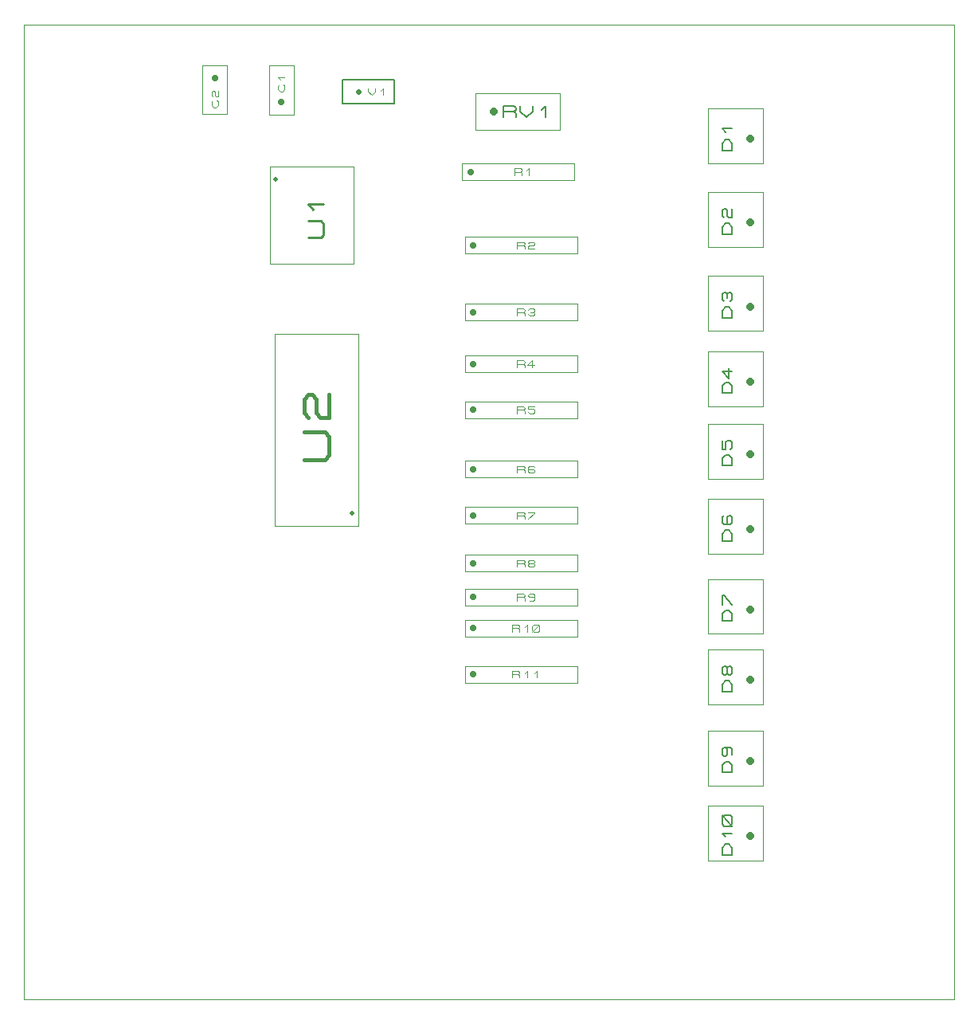
<source format=gbr>
G04 PROTEUS GERBER X2 FILE*
%TF.GenerationSoftware,Labcenter,Proteus,8.17-SP2-Build37159*%
%TF.CreationDate,2024-06-19T11:42:43+00:00*%
%TF.FileFunction,AssemblyDrawing,Top*%
%TF.FilePolarity,Positive*%
%TF.Part,Single*%
%TF.SameCoordinates,{1fde6796-616a-48bc-91c5-d9dd16b063df}*%
%FSLAX45Y45*%
%MOMM*%
G01*
%TA.AperFunction,Profile*%
%ADD18C,0.101600*%
%TA.AperFunction,Material*%
%ADD19C,0.101600*%
%ADD70C,0.508000*%
%ADD27C,0.267200*%
%ADD28C,0.711200*%
%ADD29C,0.113450*%
%ADD72C,0.117340*%
%ADD73C,0.812800*%
%ADD30C,0.200660*%
%ADD31C,0.440230*%
%ADD32C,0.171190*%
%ADD71C,0.152400*%
%ADD33C,0.558800*%
%ADD34C,0.114270*%
%TD.AperFunction*%
D18*
X-4520000Y-5940000D02*
X+5370000Y-5940000D01*
X+5370000Y+4410000D01*
X-4520000Y+4410000D01*
X-4520000Y-5940000D01*
D19*
X-1904500Y+1875920D02*
X-1015500Y+1875920D01*
X-1015500Y+2902080D01*
X-1904500Y+2902080D01*
X-1904500Y+1875920D01*
D70*
X-1841000Y+2770000D02*
X-1841000Y+2770000D01*
D27*
X-1495712Y+2148513D02*
X-1362108Y+2148513D01*
X-1335387Y+2178573D01*
X-1335387Y+2298817D01*
X-1362108Y+2328878D01*
X-1495712Y+2328878D01*
X-1442270Y+2449121D02*
X-1495712Y+2509243D01*
X-1335387Y+2509243D01*
D19*
X-1912080Y+3459920D02*
X-1647920Y+3459920D01*
X-1647920Y+3978080D01*
X-1912080Y+3978080D01*
X-1912080Y+3459920D01*
D28*
X-1780000Y+3592000D02*
X-1780000Y+3592000D01*
D29*
X-1757309Y+3777293D02*
X-1745964Y+3764529D01*
X-1745964Y+3726239D01*
X-1768655Y+3700713D01*
X-1791345Y+3700713D01*
X-1814036Y+3726239D01*
X-1814036Y+3764529D01*
X-1802691Y+3777293D01*
X-1791345Y+3828346D02*
X-1814036Y+3853873D01*
X-1745964Y+3853873D01*
D19*
X-2622080Y+3461920D02*
X-2357920Y+3461920D01*
X-2357920Y+3980080D01*
X-2622080Y+3980080D01*
X-2622080Y+3461920D01*
D28*
X-2490000Y+3848000D02*
X-2490000Y+3848000D01*
D29*
X-2467309Y+3611653D02*
X-2455964Y+3598889D01*
X-2455964Y+3560599D01*
X-2478655Y+3535073D01*
X-2501345Y+3535073D01*
X-2524036Y+3560599D01*
X-2524036Y+3598889D01*
X-2512691Y+3611653D01*
X-2512691Y+3649943D02*
X-2524036Y+3662706D01*
X-2524036Y+3700996D01*
X-2512691Y+3713760D01*
X-2501345Y+3713760D01*
X-2490000Y+3700996D01*
X-2490000Y+3662706D01*
X-2478655Y+3649943D01*
X-2455964Y+3649943D01*
X-2455964Y+3713760D01*
D19*
X+141100Y+2761100D02*
X+1334900Y+2761100D01*
X+1334900Y+2938900D01*
X+141100Y+2938900D01*
X+141100Y+2761100D01*
D28*
X+230000Y+2850000D02*
X+230000Y+2850000D01*
D72*
X+694618Y+2814796D02*
X+694618Y+2885204D01*
X+760625Y+2885204D01*
X+773827Y+2873469D01*
X+773827Y+2861735D01*
X+760625Y+2850000D01*
X+694618Y+2850000D01*
X+760625Y+2850000D02*
X+773827Y+2838265D01*
X+773827Y+2814796D01*
X+826633Y+2861735D02*
X+853036Y+2885204D01*
X+853036Y+2814796D01*
D19*
X+280420Y+3294420D02*
X+1179580Y+3294420D01*
X+1179580Y+3685580D01*
X+280420Y+3685580D01*
X+280420Y+3294420D01*
D73*
X+476000Y+3490000D02*
X+476000Y+3490000D01*
D30*
X+577219Y+3429802D02*
X+577219Y+3550198D01*
X+690090Y+3550198D01*
X+712664Y+3530132D01*
X+712664Y+3510066D01*
X+690090Y+3490000D01*
X+577219Y+3490000D01*
X+690090Y+3490000D02*
X+712664Y+3469934D01*
X+712664Y+3429802D01*
X+757813Y+3550198D02*
X+757813Y+3490000D01*
X+825535Y+3429802D01*
X+893258Y+3490000D01*
X+893258Y+3550198D01*
X+983555Y+3510066D02*
X+1028704Y+3550198D01*
X+1028704Y+3429802D01*
D19*
X-1854500Y-912080D02*
X-965500Y-912080D01*
X-965500Y+1130080D01*
X-1854500Y+1130080D01*
X-1854500Y-912080D01*
D70*
X-1029000Y-780000D02*
X-1029000Y-780000D01*
D31*
X-1542069Y-208468D02*
X-1321953Y-208468D01*
X-1277930Y-158942D01*
X-1277930Y+39162D01*
X-1321953Y+88688D01*
X-1542069Y+88688D01*
X-1498046Y+237266D02*
X-1542069Y+286792D01*
X-1542069Y+435370D01*
X-1498046Y+484896D01*
X-1454023Y+484896D01*
X-1410000Y+435370D01*
X-1410000Y+286792D01*
X-1365976Y+237266D01*
X-1277930Y+237266D01*
X-1277930Y+484896D01*
D19*
X+171100Y+1981100D02*
X+1364900Y+1981100D01*
X+1364900Y+2158900D01*
X+171100Y+2158900D01*
X+171100Y+1981100D01*
D28*
X+260000Y+2070000D02*
X+260000Y+2070000D01*
D72*
X+724618Y+2034796D02*
X+724618Y+2105204D01*
X+790625Y+2105204D01*
X+803827Y+2093469D01*
X+803827Y+2081735D01*
X+790625Y+2070000D01*
X+724618Y+2070000D01*
X+790625Y+2070000D02*
X+803827Y+2058265D01*
X+803827Y+2034796D01*
X+843431Y+2093469D02*
X+856633Y+2105204D01*
X+896237Y+2105204D01*
X+909439Y+2093469D01*
X+909439Y+2081735D01*
X+896237Y+2070000D01*
X+856633Y+2070000D01*
X+843431Y+2058265D01*
X+843431Y+2034796D01*
X+909439Y+2034796D01*
D19*
X+171100Y+1271100D02*
X+1364900Y+1271100D01*
X+1364900Y+1448900D01*
X+171100Y+1448900D01*
X+171100Y+1271100D01*
D28*
X+260000Y+1360000D02*
X+260000Y+1360000D01*
D72*
X+724618Y+1324796D02*
X+724618Y+1395204D01*
X+790625Y+1395204D01*
X+803827Y+1383469D01*
X+803827Y+1371735D01*
X+790625Y+1360000D01*
X+724618Y+1360000D01*
X+790625Y+1360000D02*
X+803827Y+1348265D01*
X+803827Y+1324796D01*
X+843431Y+1383469D02*
X+856633Y+1395204D01*
X+896237Y+1395204D01*
X+909439Y+1383469D01*
X+909439Y+1371735D01*
X+896237Y+1360000D01*
X+909439Y+1348265D01*
X+909439Y+1336531D01*
X+896237Y+1324796D01*
X+856633Y+1324796D01*
X+843431Y+1336531D01*
X+869834Y+1360000D02*
X+896237Y+1360000D01*
D19*
X+171100Y+721100D02*
X+1364900Y+721100D01*
X+1364900Y+898900D01*
X+171100Y+898900D01*
X+171100Y+721100D01*
D28*
X+260000Y+810000D02*
X+260000Y+810000D01*
D72*
X+724618Y+774796D02*
X+724618Y+845204D01*
X+790625Y+845204D01*
X+803827Y+833469D01*
X+803827Y+821735D01*
X+790625Y+810000D01*
X+724618Y+810000D01*
X+790625Y+810000D02*
X+803827Y+798265D01*
X+803827Y+774796D01*
X+909439Y+798265D02*
X+830230Y+798265D01*
X+883036Y+845204D01*
X+883036Y+774796D01*
D19*
X+171100Y+231100D02*
X+1364900Y+231100D01*
X+1364900Y+408900D01*
X+171100Y+408900D01*
X+171100Y+231100D01*
D28*
X+260000Y+320000D02*
X+260000Y+320000D01*
D72*
X+724618Y+284796D02*
X+724618Y+355204D01*
X+790625Y+355204D01*
X+803827Y+343469D01*
X+803827Y+331735D01*
X+790625Y+320000D01*
X+724618Y+320000D01*
X+790625Y+320000D02*
X+803827Y+308265D01*
X+803827Y+284796D01*
X+909439Y+355204D02*
X+843431Y+355204D01*
X+843431Y+331735D01*
X+896237Y+331735D01*
X+909439Y+320000D01*
X+909439Y+296531D01*
X+896237Y+284796D01*
X+856633Y+284796D01*
X+843431Y+296531D01*
D19*
X+171100Y-398900D02*
X+1364900Y-398900D01*
X+1364900Y-221100D01*
X+171100Y-221100D01*
X+171100Y-398900D01*
D28*
X+260000Y-310000D02*
X+260000Y-310000D01*
D72*
X+724618Y-345204D02*
X+724618Y-274796D01*
X+790625Y-274796D01*
X+803827Y-286531D01*
X+803827Y-298265D01*
X+790625Y-310000D01*
X+724618Y-310000D01*
X+790625Y-310000D02*
X+803827Y-321735D01*
X+803827Y-345204D01*
X+909439Y-286531D02*
X+896237Y-274796D01*
X+856633Y-274796D01*
X+843431Y-286531D01*
X+843431Y-333469D01*
X+856633Y-345204D01*
X+896237Y-345204D01*
X+909439Y-333469D01*
X+909439Y-321735D01*
X+896237Y-310000D01*
X+843431Y-310000D01*
D19*
X+171100Y-888900D02*
X+1364900Y-888900D01*
X+1364900Y-711100D01*
X+171100Y-711100D01*
X+171100Y-888900D01*
D28*
X+260000Y-800000D02*
X+260000Y-800000D01*
D72*
X+724618Y-835204D02*
X+724618Y-764796D01*
X+790625Y-764796D01*
X+803827Y-776531D01*
X+803827Y-788265D01*
X+790625Y-800000D01*
X+724618Y-800000D01*
X+790625Y-800000D02*
X+803827Y-811735D01*
X+803827Y-835204D01*
X+843431Y-764796D02*
X+909439Y-764796D01*
X+909439Y-776531D01*
X+843431Y-835204D01*
D19*
X+171100Y-1398900D02*
X+1364900Y-1398900D01*
X+1364900Y-1221100D01*
X+171100Y-1221100D01*
X+171100Y-1398900D01*
D28*
X+260000Y-1310000D02*
X+260000Y-1310000D01*
D72*
X+724618Y-1345204D02*
X+724618Y-1274796D01*
X+790625Y-1274796D01*
X+803827Y-1286531D01*
X+803827Y-1298265D01*
X+790625Y-1310000D01*
X+724618Y-1310000D01*
X+790625Y-1310000D02*
X+803827Y-1321735D01*
X+803827Y-1345204D01*
X+856633Y-1310000D02*
X+843431Y-1298265D01*
X+843431Y-1286531D01*
X+856633Y-1274796D01*
X+896237Y-1274796D01*
X+909439Y-1286531D01*
X+909439Y-1298265D01*
X+896237Y-1310000D01*
X+856633Y-1310000D01*
X+843431Y-1321735D01*
X+843431Y-1333469D01*
X+856633Y-1345204D01*
X+896237Y-1345204D01*
X+909439Y-1333469D01*
X+909439Y-1321735D01*
X+896237Y-1310000D01*
D19*
X+171100Y-2088900D02*
X+1364900Y-2088900D01*
X+1364900Y-1911100D01*
X+171100Y-1911100D01*
X+171100Y-2088900D01*
D28*
X+260000Y-2000000D02*
X+260000Y-2000000D01*
D72*
X+671812Y-2035204D02*
X+671812Y-1964796D01*
X+737819Y-1964796D01*
X+751021Y-1976531D01*
X+751021Y-1988265D01*
X+737819Y-2000000D01*
X+671812Y-2000000D01*
X+737819Y-2000000D02*
X+751021Y-2011735D01*
X+751021Y-2035204D01*
X+803827Y-1988265D02*
X+830230Y-1964796D01*
X+830230Y-2035204D01*
X+883036Y-2023469D02*
X+883036Y-1976531D01*
X+896237Y-1964796D01*
X+949043Y-1964796D01*
X+962245Y-1976531D01*
X+962245Y-2023469D01*
X+949043Y-2035204D01*
X+896237Y-2035204D01*
X+883036Y-2023469D01*
X+883036Y-2035204D02*
X+962245Y-1964796D01*
D19*
X+171100Y-1758900D02*
X+1364900Y-1758900D01*
X+1364900Y-1581100D01*
X+171100Y-1581100D01*
X+171100Y-1758900D01*
D28*
X+260000Y-1670000D02*
X+260000Y-1670000D01*
D72*
X+724618Y-1705204D02*
X+724618Y-1634796D01*
X+790625Y-1634796D01*
X+803827Y-1646531D01*
X+803827Y-1658265D01*
X+790625Y-1670000D01*
X+724618Y-1670000D01*
X+790625Y-1670000D02*
X+803827Y-1681735D01*
X+803827Y-1705204D01*
X+909439Y-1658265D02*
X+896237Y-1670000D01*
X+856633Y-1670000D01*
X+843431Y-1658265D01*
X+843431Y-1646531D01*
X+856633Y-1634796D01*
X+896237Y-1634796D01*
X+909439Y-1646531D01*
X+909439Y-1693469D01*
X+896237Y-1705204D01*
X+856633Y-1705204D01*
D19*
X+171100Y-2578900D02*
X+1364900Y-2578900D01*
X+1364900Y-2401100D01*
X+171100Y-2401100D01*
X+171100Y-2578900D01*
D28*
X+260000Y-2490000D02*
X+260000Y-2490000D01*
D72*
X+671812Y-2525204D02*
X+671812Y-2454796D01*
X+737819Y-2454796D01*
X+751021Y-2466531D01*
X+751021Y-2478265D01*
X+737819Y-2490000D01*
X+671812Y-2490000D01*
X+737819Y-2490000D02*
X+751021Y-2501735D01*
X+751021Y-2525204D01*
X+803827Y-2478265D02*
X+830230Y-2454796D01*
X+830230Y-2525204D01*
X+909439Y-2478265D02*
X+935842Y-2454796D01*
X+935842Y-2525204D01*
D19*
X+2754420Y+2940920D02*
X+3336080Y+2940920D01*
X+3336080Y+3522580D01*
X+2754420Y+3522580D01*
X+2754420Y+2940920D01*
D73*
X+3204000Y+3200000D02*
X+3204000Y+3200000D01*
D32*
X+3010249Y+3077674D02*
X+2907532Y+3077674D01*
X+2907532Y+3154712D01*
X+2941771Y+3193231D01*
X+2976010Y+3193231D01*
X+3010249Y+3154712D01*
X+3010249Y+3077674D01*
X+2941771Y+3270269D02*
X+2907532Y+3308788D01*
X+3010249Y+3308788D01*
D19*
X+2754420Y+2050920D02*
X+3336080Y+2050920D01*
X+3336080Y+2632580D01*
X+2754420Y+2632580D01*
X+2754420Y+2050920D01*
D73*
X+3204000Y+2310000D02*
X+3204000Y+2310000D01*
D32*
X+3010249Y+2187674D02*
X+2907532Y+2187674D01*
X+2907532Y+2264712D01*
X+2941771Y+2303231D01*
X+2976010Y+2303231D01*
X+3010249Y+2264712D01*
X+3010249Y+2187674D01*
X+2924651Y+2361009D02*
X+2907532Y+2380269D01*
X+2907532Y+2438047D01*
X+2924651Y+2457307D01*
X+2941771Y+2457307D01*
X+2958890Y+2438047D01*
X+2958890Y+2380269D01*
X+2976010Y+2361009D01*
X+3010249Y+2361009D01*
X+3010249Y+2457307D01*
D19*
X+2754420Y+1160920D02*
X+3336080Y+1160920D01*
X+3336080Y+1742580D01*
X+2754420Y+1742580D01*
X+2754420Y+1160920D01*
D73*
X+3204000Y+1420000D02*
X+3204000Y+1420000D01*
D32*
X+3010249Y+1297674D02*
X+2907532Y+1297674D01*
X+2907532Y+1374712D01*
X+2941771Y+1413231D01*
X+2976010Y+1413231D01*
X+3010249Y+1374712D01*
X+3010249Y+1297674D01*
X+2924651Y+1471009D02*
X+2907532Y+1490269D01*
X+2907532Y+1548047D01*
X+2924651Y+1567307D01*
X+2941771Y+1567307D01*
X+2958890Y+1548047D01*
X+2976010Y+1567307D01*
X+2993130Y+1567307D01*
X+3010249Y+1548047D01*
X+3010249Y+1490269D01*
X+2993130Y+1471009D01*
X+2958890Y+1509528D02*
X+2958890Y+1548047D01*
D19*
X+2754420Y+360920D02*
X+3336080Y+360920D01*
X+3336080Y+942580D01*
X+2754420Y+942580D01*
X+2754420Y+360920D01*
D73*
X+3204000Y+620000D02*
X+3204000Y+620000D01*
D32*
X+3010249Y+497674D02*
X+2907532Y+497674D01*
X+2907532Y+574712D01*
X+2941771Y+613231D01*
X+2976010Y+613231D01*
X+3010249Y+574712D01*
X+3010249Y+497674D01*
X+2976010Y+767307D02*
X+2976010Y+651750D01*
X+2907532Y+728788D01*
X+3010249Y+728788D01*
D19*
X+2754420Y-409080D02*
X+3336080Y-409080D01*
X+3336080Y+172580D01*
X+2754420Y+172580D01*
X+2754420Y-409080D01*
D73*
X+3204000Y-150000D02*
X+3204000Y-150000D01*
D32*
X+3010249Y-272326D02*
X+2907532Y-272326D01*
X+2907532Y-195288D01*
X+2941771Y-156769D01*
X+2976010Y-156769D01*
X+3010249Y-195288D01*
X+3010249Y-272326D01*
X+2907532Y-2693D02*
X+2907532Y-98991D01*
X+2941771Y-98991D01*
X+2941771Y-21953D01*
X+2958890Y-2693D01*
X+2993130Y-2693D01*
X+3010249Y-21953D01*
X+3010249Y-79731D01*
X+2993130Y-98991D01*
D19*
X+2754420Y-1209080D02*
X+3336080Y-1209080D01*
X+3336080Y-627420D01*
X+2754420Y-627420D01*
X+2754420Y-1209080D01*
D73*
X+3204000Y-950000D02*
X+3204000Y-950000D01*
D32*
X+3010249Y-1072326D02*
X+2907532Y-1072326D01*
X+2907532Y-995288D01*
X+2941771Y-956769D01*
X+2976010Y-956769D01*
X+3010249Y-995288D01*
X+3010249Y-1072326D01*
X+2924651Y-802693D02*
X+2907532Y-821953D01*
X+2907532Y-879731D01*
X+2924651Y-898991D01*
X+2993130Y-898991D01*
X+3010249Y-879731D01*
X+3010249Y-821953D01*
X+2993130Y-802693D01*
X+2976010Y-802693D01*
X+2958890Y-821953D01*
X+2958890Y-898991D01*
D19*
X+2754420Y-2059080D02*
X+3336080Y-2059080D01*
X+3336080Y-1477420D01*
X+2754420Y-1477420D01*
X+2754420Y-2059080D01*
D73*
X+3204000Y-1800000D02*
X+3204000Y-1800000D01*
D32*
X+3010249Y-1922326D02*
X+2907532Y-1922326D01*
X+2907532Y-1845288D01*
X+2941771Y-1806769D01*
X+2976010Y-1806769D01*
X+3010249Y-1845288D01*
X+3010249Y-1922326D01*
X+2907532Y-1748991D02*
X+2907532Y-1652693D01*
X+2924651Y-1652693D01*
X+3010249Y-1748991D01*
D19*
X+2754420Y-2809080D02*
X+3336080Y-2809080D01*
X+3336080Y-2227420D01*
X+2754420Y-2227420D01*
X+2754420Y-2809080D01*
D73*
X+3204000Y-2550000D02*
X+3204000Y-2550000D01*
D32*
X+3010249Y-2672326D02*
X+2907532Y-2672326D01*
X+2907532Y-2595288D01*
X+2941771Y-2556769D01*
X+2976010Y-2556769D01*
X+3010249Y-2595288D01*
X+3010249Y-2672326D01*
X+2958890Y-2479731D02*
X+2941771Y-2498991D01*
X+2924651Y-2498991D01*
X+2907532Y-2479731D01*
X+2907532Y-2421953D01*
X+2924651Y-2402693D01*
X+2941771Y-2402693D01*
X+2958890Y-2421953D01*
X+2958890Y-2479731D01*
X+2976010Y-2498991D01*
X+2993130Y-2498991D01*
X+3010249Y-2479731D01*
X+3010249Y-2421953D01*
X+2993130Y-2402693D01*
X+2976010Y-2402693D01*
X+2958890Y-2421953D01*
D19*
X+2754420Y-3669080D02*
X+3336080Y-3669080D01*
X+3336080Y-3087420D01*
X+2754420Y-3087420D01*
X+2754420Y-3669080D01*
D73*
X+3204000Y-3410000D02*
X+3204000Y-3410000D01*
D32*
X+3010249Y-3532326D02*
X+2907532Y-3532326D01*
X+2907532Y-3455288D01*
X+2941771Y-3416769D01*
X+2976010Y-3416769D01*
X+3010249Y-3455288D01*
X+3010249Y-3532326D01*
X+2941771Y-3262693D02*
X+2958890Y-3281953D01*
X+2958890Y-3339731D01*
X+2941771Y-3358991D01*
X+2924651Y-3358991D01*
X+2907532Y-3339731D01*
X+2907532Y-3281953D01*
X+2924651Y-3262693D01*
X+2993130Y-3262693D01*
X+3010249Y-3281953D01*
X+3010249Y-3339731D01*
D19*
X+2754420Y-4469080D02*
X+3336080Y-4469080D01*
X+3336080Y-3887420D01*
X+2754420Y-3887420D01*
X+2754420Y-4469080D01*
D73*
X+3204000Y-4210000D02*
X+3204000Y-4210000D01*
D32*
X+3010249Y-4409364D02*
X+2907532Y-4409364D01*
X+2907532Y-4332326D01*
X+2941771Y-4293807D01*
X+2976010Y-4293807D01*
X+3010249Y-4332326D01*
X+3010249Y-4409364D01*
X+2941771Y-4216769D02*
X+2907532Y-4178250D01*
X+3010249Y-4178250D01*
X+2993130Y-4101212D02*
X+2924651Y-4101212D01*
X+2907532Y-4081953D01*
X+2907532Y-4004915D01*
X+2924651Y-3985655D01*
X+2993130Y-3985655D01*
X+3010249Y-4004915D01*
X+3010249Y-4081953D01*
X+2993130Y-4101212D01*
X+3010249Y-4101212D02*
X+2907532Y-3985655D01*
D71*
X-1134320Y+3825400D02*
X-1134320Y+3573940D01*
X-585680Y+3573940D01*
X-585680Y+3825400D01*
X-1134320Y+3825400D01*
X-1134320Y+3573940D01*
X-585680Y+3573940D01*
X-585680Y+3825400D01*
X-1134320Y+3825400D01*
D33*
X-960000Y+3700000D02*
X-960000Y+3700000D01*
D34*
X-857906Y+3733952D02*
X-857906Y+3699670D01*
X-819339Y+3665387D01*
X-780772Y+3699670D01*
X-780772Y+3733952D01*
X-729349Y+3711097D02*
X-703637Y+3733952D01*
X-703637Y+3665387D01*
M02*

</source>
